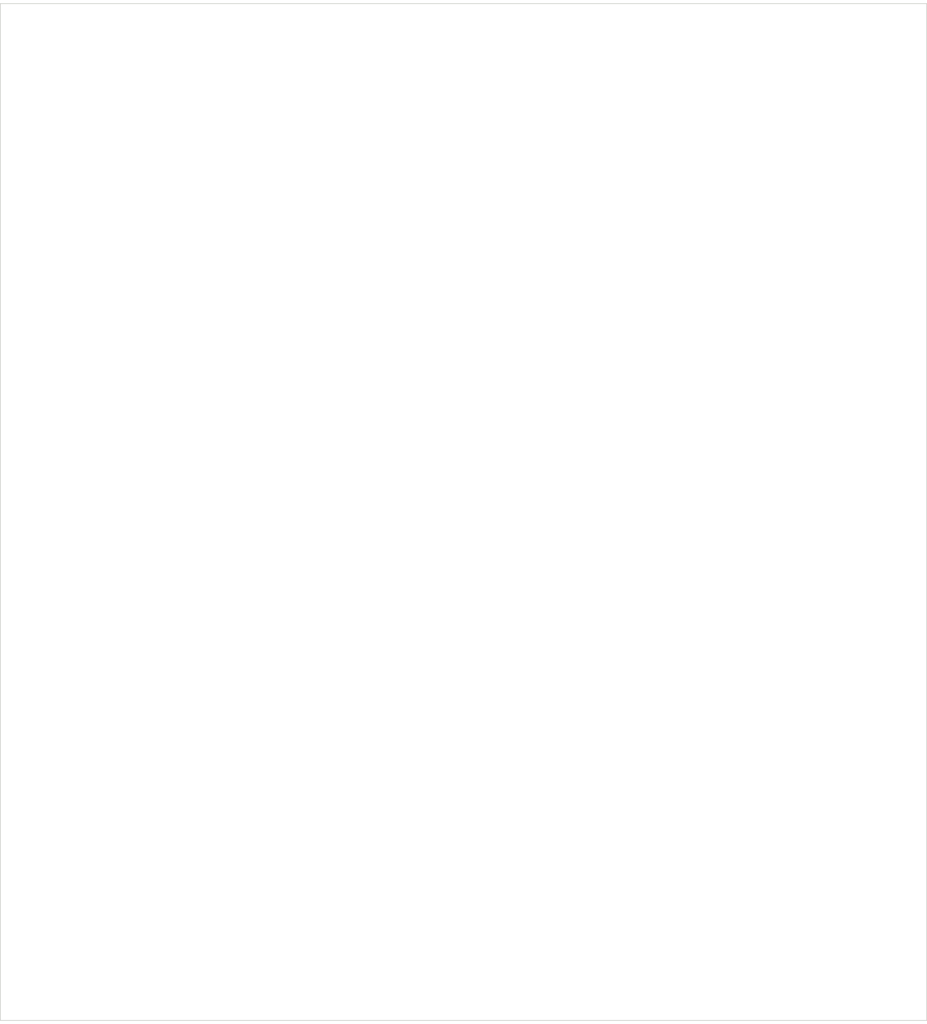
<source format=kicad_pcb>
(kicad_pcb (version 20211014) (generator pcbnew)
  (layers (0 "F.Cu" signal) (31 "B.Cu" signal) (34 "B.Paste" user) (35 "F.Paste" user) (36 "B.SilkS" user "B.Silkscreen") (37 "F.SilkS" user "F.Silkscreen") (38 "B.Mask" user) (39 "F.Mask" user) (44 "Edge.Cuts" user))
  (net 0 "")
  (footprint "MountingHole:MountingHole_3.2mm_M3" (layer "F.Cu") (at 7.5 130.35)
    (fp_text reference "REF**" hide)
    (fp_text value "MountingHole_3.2mm_M3" hide)
    (pad "" np_thru_hole oval locked (at 0 0) (size 7 3.2) (drill oval 7 3.2) (layers F&B.Cu *.Mask))
  )
  (footprint "MountingHole:MountingHole_3.2mm_M3" (layer "F.Cu") (at 114.18 130.35)
    (fp_text reference "REF**" hide)
    (fp_text value "MountingHole_3.2mm_M3" hide)
    (pad "" np_thru_hole oval locked (at 0 0) (size 7 3.2) (drill oval 7 3.2) (layers F&B.Cu *.Mask))
  )
  (footprint "MountingHole:MountingHole_3.2mm_M3" (layer "F.Cu") (at 114.18 3)
    (fp_text reference "REF**" hide)
    (fp_text value "MountingHole_3.2mm_M3" hide)
    (pad "" np_thru_hole oval locked (at 0 0) (size 7 3.2) (drill oval 7 3.2) (layers F&B.Cu *.Mask))
  )
  (footprint "MountingHole:MountingHole_3.2mm_M3" (layer "F.Cu") (at 7.5 3)
    (fp_text reference "REF**" hide)
    (fp_text value "MountingHole_3.2mm_M3" hide)
    (pad "" np_thru_hole oval locked (at 0 0) (size 7 3.2) (drill oval 7 3.2) (layers F&B.Cu *.Mask))
  )
  (gr_line (start 121.6 0) (end 121.6 133.35) (layer "Edge.Cuts") (width 0.1))
  (gr_line (start 0 133.35) (end 0 0) (layer "Edge.Cuts") (width 0.1))
  (gr_line (start 0 0) (end 121.6 0) (layer "Edge.Cuts") (width 0.1))
  (gr_line (start 121.6 133.35) (end 0 133.35) (layer "Edge.Cuts") (width 0.1))
)
</source>
